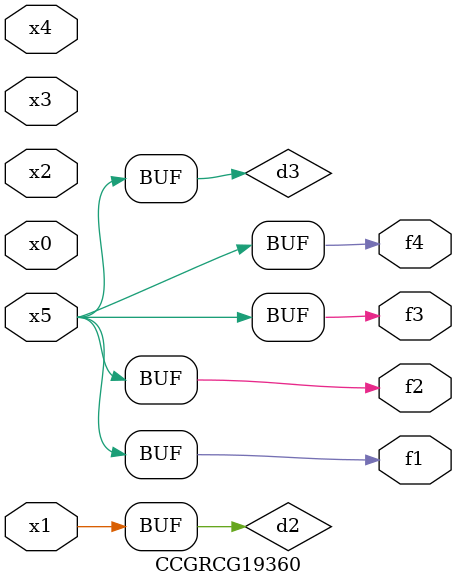
<source format=v>
module CCGRCG19360(
	input x0, x1, x2, x3, x4, x5,
	output f1, f2, f3, f4
);

	wire d1, d2, d3;

	not (d1, x5);
	or (d2, x1);
	xnor (d3, d1);
	assign f1 = d3;
	assign f2 = d3;
	assign f3 = d3;
	assign f4 = d3;
endmodule

</source>
